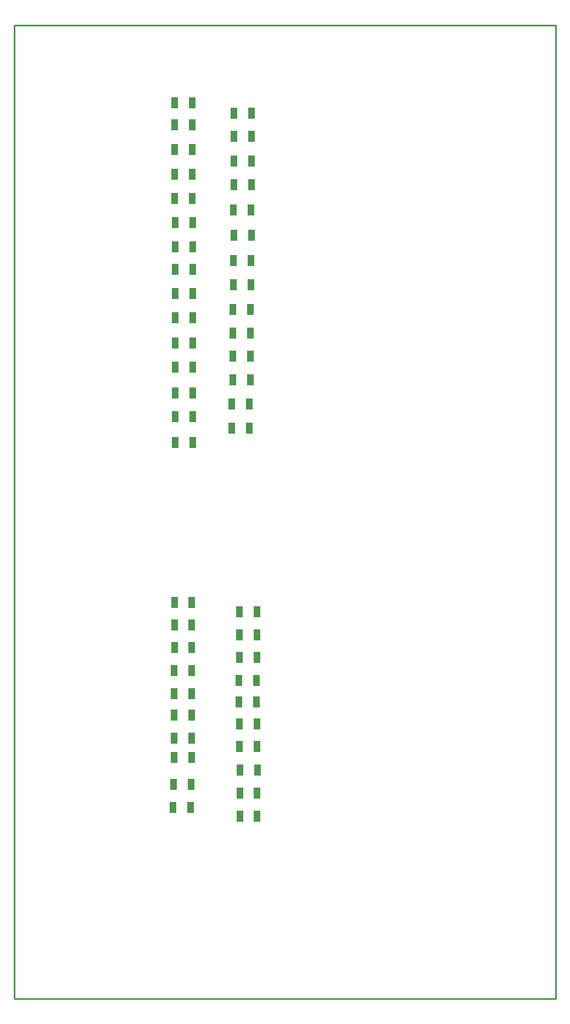
<source format=gtp>
G04 Layer_Color=8421504*
%FSLAX25Y25*%
%MOIN*%
G70*
G01*
G75*
%ADD10R,0.04331X0.06693*%
%ADD12C,0.01000*%
D10*
X293785Y343000D02*
D03*
X304415D02*
D03*
X333685Y335300D02*
D03*
X344315D02*
D03*
X293898Y423228D02*
D03*
X304528D02*
D03*
X333268Y417323D02*
D03*
X343898D02*
D03*
X293898Y409449D02*
D03*
X304528D02*
D03*
X333268Y431102D02*
D03*
X343898D02*
D03*
X293898Y437008D02*
D03*
X304528D02*
D03*
X333268Y403543D02*
D03*
X343898D02*
D03*
X293885Y395500D02*
D03*
X304515D02*
D03*
X333070Y389600D02*
D03*
X343700D02*
D03*
X293885Y381600D02*
D03*
X304515D02*
D03*
X333185Y376600D02*
D03*
X343815D02*
D03*
X293785Y368600D02*
D03*
X304415D02*
D03*
X333385Y363300D02*
D03*
X344015D02*
D03*
X333285Y349600D02*
D03*
X343915D02*
D03*
X293685Y354600D02*
D03*
X304315D02*
D03*
X330185Y733400D02*
D03*
X340815D02*
D03*
X294085Y740000D02*
D03*
X304715D02*
D03*
X294085Y726400D02*
D03*
X304715D02*
D03*
X329985Y719400D02*
D03*
X340615D02*
D03*
X294185Y711500D02*
D03*
X304815D02*
D03*
X329985Y704500D02*
D03*
X340615D02*
D03*
X294185Y696700D02*
D03*
X304815D02*
D03*
X330185Y690100D02*
D03*
X340815D02*
D03*
X294185Y682000D02*
D03*
X304815D02*
D03*
X329870Y674800D02*
D03*
X340500D02*
D03*
X294285Y667200D02*
D03*
X304915D02*
D03*
X329985Y659600D02*
D03*
X340615D02*
D03*
X294285Y652500D02*
D03*
X304915D02*
D03*
X329870Y644300D02*
D03*
X340500D02*
D03*
X294385Y638900D02*
D03*
X305015D02*
D03*
X329685Y629400D02*
D03*
X340315D02*
D03*
X294385Y624200D02*
D03*
X305015D02*
D03*
X329485Y614600D02*
D03*
X340115D02*
D03*
X294485Y609400D02*
D03*
X305115D02*
D03*
X329485Y600300D02*
D03*
X340115D02*
D03*
X294485Y594200D02*
D03*
X305115D02*
D03*
X329485Y586100D02*
D03*
X340115D02*
D03*
X294285Y579400D02*
D03*
X304915D02*
D03*
X329285Y571900D02*
D03*
X339915D02*
D03*
X294385Y563900D02*
D03*
X305015D02*
D03*
X328885Y557200D02*
D03*
X339515D02*
D03*
X294385Y549500D02*
D03*
X305015D02*
D03*
X328885Y542400D02*
D03*
X339515D02*
D03*
X294500Y533800D02*
D03*
X305130D02*
D03*
X293185Y312600D02*
D03*
X303815D02*
D03*
X293385Y326600D02*
D03*
X304015D02*
D03*
X333585Y307300D02*
D03*
X344215D02*
D03*
X333585Y321100D02*
D03*
X344215D02*
D03*
D12*
X525400Y787000D02*
X525500Y786900D01*
X196800Y787000D02*
X525400D01*
X525500Y196600D02*
Y786900D01*
X196800Y196500D02*
X525400D01*
X525500Y196600D01*
X196800Y196500D02*
Y787000D01*
M02*

</source>
